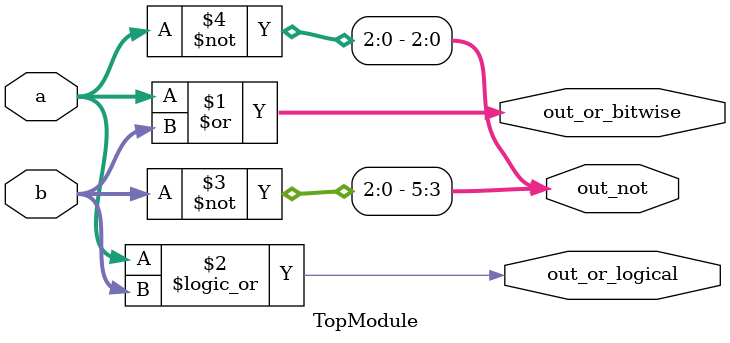
<source format=v>
module TopModule (
  input [2:0] a,
  input [2:0] b,
  output [2:0] out_or_bitwise,
  output out_or_logical,
  output [5:0] out_not
);

  assign out_or_bitwise = a | b;
  assign out_or_logical = a || b;
  assign out_not[5:3] = ~b;
  assign out_not[2:0] = ~a;
endmodule


</source>
